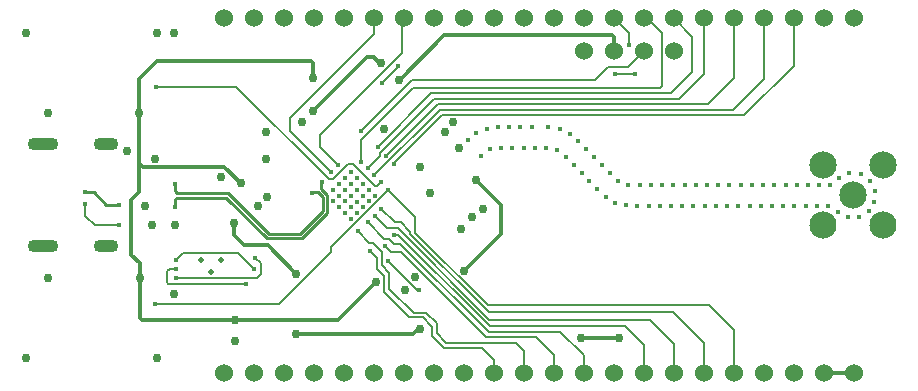
<source format=gbl>
G04*
G04 #@! TF.GenerationSoftware,Altium Limited,Altium Designer,24.9.1 (31)*
G04*
G04 Layer_Physical_Order=4*
G04 Layer_Color=16711680*
%FSLAX44Y44*%
%MOMM*%
G71*
G04*
G04 #@! TF.SameCoordinates,B1ED59CC-DCBE-467E-9C95-538D5020BE91*
G04*
G04*
G04 #@! TF.FilePolarity,Positive*
G04*
G01*
G75*
%ADD12C,0.2000*%
%ADD70C,0.3000*%
%ADD71C,0.2647*%
%ADD72C,2.3040*%
%ADD73C,2.3020*%
%ADD74C,1.5240*%
%ADD75O,2.6000X1.1000*%
%ADD76O,2.1000X1.1000*%
%ADD77C,0.7500*%
%ADD78C,0.4500*%
%ADD79C,0.5000*%
D12*
X402250Y54500D02*
X517000D01*
X532700Y15000D02*
Y38800D01*
X517000Y54500D02*
X532700Y38800D01*
X60000Y147750D02*
Y157600D01*
Y147750D02*
X67750Y140000D01*
X88750D01*
X340622Y85000D02*
X342750D01*
X316249Y109374D02*
X340622Y85000D01*
X318833Y117125D02*
X327125D01*
X313958Y122000D02*
X318833Y117125D01*
X327125D02*
X399250Y45000D01*
X441500D01*
X326500Y124250D02*
X401500Y49250D01*
X462250D01*
X321000Y124250D02*
X326500D01*
X316750Y128500D02*
X321000Y124250D01*
X313000Y128500D02*
X316750D01*
X321178Y131750D02*
X325000D01*
X402250Y54500D01*
X324500Y137250D02*
X401750Y60000D01*
X537750D01*
X335250Y132250D02*
X401500Y66000D01*
X335250Y132250D02*
Y134500D01*
X401500Y66000D02*
X557500D01*
X401000Y72000D02*
X588250D01*
X339500Y133500D02*
Y146500D01*
Y133500D02*
X401000Y72000D01*
X310942Y105808D02*
X317500Y99250D01*
Y86250D02*
Y99250D01*
X266000Y178750D02*
X269750D01*
X282750Y191750D02*
X286750D01*
X269750Y178750D02*
X282750Y191750D01*
X187500Y257250D02*
X266000Y178750D01*
X233000Y219928D02*
X267928Y185000D01*
X258750Y205750D02*
X273750Y190750D01*
X286750Y191750D02*
X305443Y173057D01*
X307099D02*
X310292Y176250D01*
X305443Y173057D02*
X307099D01*
X316500Y169500D02*
X339500Y146500D01*
X268143Y117143D02*
Y121643D01*
X316000Y169500D02*
X316500D01*
X268143Y121643D02*
X316000Y169500D01*
X223750Y72750D02*
X268143Y117143D01*
X315750Y137250D02*
X324500D01*
X299000Y142500D02*
X313000Y128500D01*
X290500Y134750D02*
X300500Y124750D01*
X303250D01*
X310500Y154000D02*
X321750Y142750D01*
X305000Y148000D02*
X315750Y137250D01*
X300750Y118000D02*
X306750Y112000D01*
Y102500D02*
Y112000D01*
X348750Y65500D02*
X357500Y56750D01*
Y48250D02*
X365750Y40000D01*
X357500Y48250D02*
Y56750D01*
X365750Y40000D02*
X424500D01*
X338250Y65500D02*
X348750D01*
X310942Y105808D02*
Y117058D01*
X317500Y86250D02*
X338250Y65500D01*
X345500Y61750D02*
X353250Y54000D01*
Y46250D02*
Y54000D01*
X334000Y61750D02*
X345500D01*
X306750Y102500D02*
X312500Y96750D01*
Y83250D02*
X334000Y61750D01*
X312500Y83250D02*
Y96750D01*
X364000Y35500D02*
X395750D01*
X353250Y46250D02*
X364000Y35500D01*
X293500Y220000D02*
X336500Y263000D01*
X491500D02*
X502250Y273750D01*
X336500Y263000D02*
X491500D01*
X293250Y193750D02*
Y212000D01*
X337500Y256250D02*
X546828D01*
X293250Y212000D02*
X337500Y256250D01*
X233000Y231000D02*
X304100Y302100D01*
X233000Y219928D02*
Y231000D01*
X304100Y302100D02*
Y315200D01*
X195500Y90480D02*
X195750Y90230D01*
X129000Y91652D02*
Y100750D01*
X130172Y90480D02*
X195500D01*
X129000Y91652D02*
X130172Y90480D01*
X119250Y72750D02*
X223750D01*
X189500Y116000D02*
X202459Y103041D01*
X142250Y116000D02*
X189500D01*
X136750Y110500D02*
X142250Y116000D01*
X588250Y72000D02*
X608900Y51350D01*
Y15000D02*
Y51350D01*
X557500Y66000D02*
X583500Y40000D01*
Y15000D02*
Y40000D01*
X520000Y292250D02*
Y302500D01*
X507300Y315200D02*
X520000Y302500D01*
X546828Y256250D02*
X548000Y257422D01*
X532700Y315200D02*
X535300D01*
X548000Y302500D01*
Y257422D02*
Y302500D01*
X324750Y274000D02*
Y274500D01*
X310750Y260000D02*
X324750Y274000D01*
X258750Y215868D02*
X328500Y285618D01*
Y314200D01*
X258750Y205750D02*
Y215868D01*
X328500Y314200D02*
X329500Y315200D01*
X307500Y206000D02*
X353000Y251500D01*
X556000D01*
X320915Y192023D02*
Y192477D01*
X361688Y233250D02*
X618000D01*
X320915Y192477D02*
X361688Y233250D01*
X618000D02*
X659700Y274950D01*
X360250Y237750D02*
X608500D01*
X304750Y182250D02*
X360250Y237750D01*
X355500Y247000D02*
X562500D01*
X587000Y242250D02*
X608900Y264150D01*
X358358Y242250D02*
X587000D01*
X309500Y201000D02*
X355500Y247000D01*
X562500D02*
X583500Y268000D01*
X608500Y237750D02*
X634300Y263550D01*
X314898Y198790D02*
X358358Y242250D01*
X119750Y257250D02*
X187500D01*
X508250Y267500D02*
X525500D01*
X502250Y273750D02*
X519475D01*
X532700Y286975D01*
X309500Y198561D02*
Y201000D01*
X299188Y188250D02*
X309500Y198561D01*
X556000Y251500D02*
X574000Y269500D01*
X558100Y315200D02*
X574000Y299300D01*
Y269500D02*
Y299300D01*
X136750Y95000D02*
X193858D01*
X197622Y95020D02*
X197642Y95000D01*
X205250D02*
X208500Y98250D01*
X197642Y95000D02*
X205250D01*
X193858D02*
X193878Y95020D01*
X197622D01*
X131250Y103000D02*
X136750D01*
X129000Y100750D02*
X131250Y103000D01*
X208500Y98250D02*
Y107750D01*
X203750Y112500D02*
X208500Y107750D01*
X405630Y15070D02*
Y25620D01*
Y15070D02*
X405700Y15000D01*
X395750Y35500D02*
X405630Y25620D01*
X424500Y40000D02*
X431100Y33400D01*
Y15000D02*
Y33400D01*
X303250Y124750D02*
X310942Y117058D01*
X583500Y268000D02*
Y315200D01*
X608900Y264150D02*
Y315200D01*
X634300Y263550D02*
Y315200D01*
X659700Y274950D02*
Y315200D01*
X537750Y60000D02*
X558100Y39650D01*
Y15000D02*
Y39650D01*
X327000Y142750D02*
X335250Y134500D01*
X321750Y142750D02*
X327000D01*
X462250Y49250D02*
X481900Y29600D01*
Y15000D02*
Y29600D01*
X441500Y45000D02*
X456500Y30000D01*
Y15000D02*
Y30000D01*
D70*
X479750Y44500D02*
X511750D01*
X479500Y44250D02*
X479750Y44500D01*
X511750D02*
X512000Y44750D01*
X214750Y122750D02*
X238750Y98750D01*
X194500Y122750D02*
X214750D01*
X106000Y95500D02*
Y107500D01*
X99000Y114500D02*
X106000Y107500D01*
X99000Y114500D02*
Y161250D01*
X105750Y168000D01*
Y192433D01*
X108785Y189398D01*
X127898D01*
X128000Y189500D01*
X105750Y192433D02*
Y234750D01*
X380250Y101500D02*
X381000D01*
X411750Y132250D01*
X342032Y52250D02*
X343250D01*
X337532Y47750D02*
X342032Y52250D01*
X238750Y47750D02*
X337532D01*
X238750Y98750D02*
Y98750D01*
X185875Y131375D02*
X194500Y122750D01*
X185875Y131375D02*
Y141625D01*
X106000Y61507D02*
Y95500D01*
X105750Y234750D02*
Y264000D01*
X121000Y279250D01*
X685100Y15000D02*
X710500D01*
X507300Y286975D02*
Y298993D01*
X505543Y300750D02*
X507300Y298993D01*
X364000Y300750D02*
X505543D01*
X326269Y263019D02*
X364000Y300750D01*
X309032Y277000D02*
X310250D01*
X298750Y282000D02*
X304032D01*
X309032Y277000D01*
X253000Y236250D02*
X298750Y282000D01*
X325231Y263019D02*
X326269D01*
X251243Y279250D02*
X253000Y277493D01*
X121000Y279250D02*
X251243D01*
X253000Y264250D02*
Y277493D01*
X411750Y132250D02*
Y156750D01*
X390500Y178000D02*
X411750Y156750D01*
X186500Y59750D02*
X273500D01*
X305750Y92000D01*
X107757Y59750D02*
X186500D01*
X106000Y61507D02*
X107757Y59750D01*
X128000Y189500D02*
X177750D01*
X191500Y175750D01*
D71*
X77643Y157357D02*
X88488D01*
X60000Y167600D02*
X67400D01*
X259927Y176427D02*
X260000Y176500D01*
X257337Y167698D02*
X261000Y164035D01*
X251855Y167605D02*
X255052D01*
X259927Y170287D02*
X264662Y165552D01*
X261000Y151500D02*
Y164035D01*
X255052Y167605D02*
X255145Y167698D01*
X251500Y167250D02*
X251855Y167605D01*
X255145Y167698D02*
X257337D01*
X264662Y149983D02*
Y165552D01*
X259927Y170287D02*
Y176427D01*
X242000Y132500D02*
X261000Y151500D01*
X243517Y128837D02*
X264662Y149983D01*
X215429Y132500D02*
X242000D01*
X213913Y128837D02*
X243517D01*
X179481Y163269D02*
X213913Y128837D01*
X180998Y166931D02*
X215429Y132500D01*
X137300Y166931D02*
X180998D01*
X137300Y163269D02*
X179481D01*
X135750Y168482D02*
Y174600D01*
Y168482D02*
X137300Y166931D01*
X135750Y155600D02*
Y161719D01*
X137300Y163269D01*
X67400Y167600D02*
X77643Y157357D01*
D72*
X684600Y190500D02*
D03*
X735400D02*
D03*
X710000Y165100D02*
D03*
D73*
X684600Y139700D02*
D03*
X735400D02*
D03*
D74*
X685100Y15000D02*
D03*
X659700D02*
D03*
X634300D02*
D03*
X608900D02*
D03*
X583500D02*
D03*
X558100D02*
D03*
X532700D02*
D03*
X507300D02*
D03*
X481900D02*
D03*
X456500D02*
D03*
X431100D02*
D03*
X405700D02*
D03*
X380300D02*
D03*
X354900D02*
D03*
X329500D02*
D03*
X710500D02*
D03*
X685100Y315200D02*
D03*
X659700D02*
D03*
X634300D02*
D03*
X608900D02*
D03*
X583500D02*
D03*
X558100D02*
D03*
X532700D02*
D03*
X507300D02*
D03*
X481900D02*
D03*
X456500D02*
D03*
X431100D02*
D03*
X405700D02*
D03*
X380300D02*
D03*
X354900D02*
D03*
X329500D02*
D03*
X710500D02*
D03*
X304100Y15000D02*
D03*
X278700D02*
D03*
X253300D02*
D03*
X227900D02*
D03*
X202500D02*
D03*
X177100D02*
D03*
X304100Y315200D02*
D03*
X278700D02*
D03*
X253300D02*
D03*
X227900D02*
D03*
X202500D02*
D03*
X177100D02*
D03*
X481900Y286975D02*
D03*
X558100D02*
D03*
X532700D02*
D03*
X507300D02*
D03*
D75*
X23950Y208500D02*
D03*
Y122100D02*
D03*
D76*
X77450Y208300D02*
D03*
Y121900D02*
D03*
D77*
X479500Y44250D02*
D03*
X512000Y44750D02*
D03*
X110250Y156500D02*
D03*
X119098Y195918D02*
D03*
X339000Y95750D02*
D03*
X380250Y101500D02*
D03*
X343250Y52250D02*
D03*
X330250Y84750D02*
D03*
X351750Y166750D02*
D03*
X364250Y219000D02*
D03*
X371500Y227230D02*
D03*
X312500Y221500D02*
D03*
X376000Y205000D02*
D03*
X378000Y137000D02*
D03*
X387000Y147000D02*
D03*
X397000Y154000D02*
D03*
X343000Y189000D02*
D03*
X243000Y227000D02*
D03*
X206000Y156000D02*
D03*
X214000Y164000D02*
D03*
X213000Y219100D02*
D03*
Y195500D02*
D03*
X175000Y180418D02*
D03*
X95000Y203000D02*
D03*
X116000Y140000D02*
D03*
X136000D02*
D03*
X135000Y82000D02*
D03*
X186500Y42000D02*
D03*
X28000Y95200D02*
D03*
X121000Y27700D02*
D03*
X10000D02*
D03*
X28000Y235000D02*
D03*
X10000Y302500D02*
D03*
X135250D02*
D03*
X121000D02*
D03*
X238750Y47750D02*
D03*
Y98750D02*
D03*
X185875Y141625D02*
D03*
X106000Y95500D02*
D03*
X105750Y234750D02*
D03*
X310250Y277000D02*
D03*
X325231Y263019D02*
D03*
X253000Y264250D02*
D03*
Y236250D02*
D03*
X186500Y59750D02*
D03*
X390500Y178000D02*
D03*
X305750Y92000D02*
D03*
X191500Y175750D02*
D03*
D78*
X437802Y222738D02*
D03*
X428302D02*
D03*
X418802D02*
D03*
X409302D02*
D03*
X399885Y221483D02*
D03*
X391137Y217780D02*
D03*
X383658Y211922D02*
D03*
X394989Y198537D02*
D03*
X402646Y204161D02*
D03*
X412082Y205262D02*
D03*
X421582D02*
D03*
X431082D02*
D03*
X440582D02*
D03*
X450081D02*
D03*
X459388Y203356D02*
D03*
X466656Y197237D02*
D03*
X473373Y190519D02*
D03*
X480090Y183802D02*
D03*
X486808Y177084D02*
D03*
X493526Y170367D02*
D03*
X500460Y163874D02*
D03*
X508661Y159078D02*
D03*
X517851Y156673D02*
D03*
X527346Y156362D02*
D03*
X536846D02*
D03*
X546346D02*
D03*
X555846D02*
D03*
X565346D02*
D03*
X574846D02*
D03*
X584346D02*
D03*
X593846D02*
D03*
X603346D02*
D03*
X612846D02*
D03*
X622346D02*
D03*
X631846D02*
D03*
X641346D02*
D03*
X650846D02*
D03*
X660346D02*
D03*
X669846D02*
D03*
X679346D02*
D03*
X688846D02*
D03*
X696973Y151442D02*
D03*
X705278Y146830D02*
D03*
X714778Y146845D02*
D03*
X723069Y151483D02*
D03*
X728054Y159571D02*
D03*
X728474Y169062D02*
D03*
X724191Y177542D02*
D03*
X716323Y182865D02*
D03*
X706858Y183681D02*
D03*
X698196Y179780D02*
D03*
X690784Y173838D02*
D03*
X681284D02*
D03*
X671784D02*
D03*
X662284D02*
D03*
X652784D02*
D03*
X643284D02*
D03*
X633784D02*
D03*
X624284D02*
D03*
X614784D02*
D03*
X605284D02*
D03*
X595784D02*
D03*
X586284D02*
D03*
X576784D02*
D03*
X567284D02*
D03*
X557784D02*
D03*
X548284D02*
D03*
X538784D02*
D03*
X529284D02*
D03*
X519785Y173971D02*
D03*
X511048Y177700D02*
D03*
X504261Y184347D02*
D03*
X497543Y191064D02*
D03*
X490826Y197782D02*
D03*
X484108Y204499D02*
D03*
X477391Y211217D02*
D03*
X470059Y217258D02*
D03*
X461437Y221248D02*
D03*
X452046Y222682D02*
D03*
X88488Y157357D02*
D03*
X88750Y140000D02*
D03*
X270000Y160000D02*
D03*
X275000Y155000D02*
D03*
X280000Y150000D02*
D03*
X285000Y145000D02*
D03*
X290000Y150000D02*
D03*
X285000Y155000D02*
D03*
X280000Y160000D02*
D03*
X275000Y165000D02*
D03*
X280000Y170000D02*
D03*
X285000Y165000D02*
D03*
X289693Y159828D02*
D03*
X295000Y155000D02*
D03*
X300000Y160000D02*
D03*
X295000Y165000D02*
D03*
X290000Y170000D02*
D03*
X285000Y175000D02*
D03*
X305000Y165000D02*
D03*
X300000Y170000D02*
D03*
X295000Y175000D02*
D03*
X290000Y180000D02*
D03*
X285000Y185000D02*
D03*
X280000Y180000D02*
D03*
X275000Y175000D02*
D03*
X270000Y170000D02*
D03*
X342750Y85000D02*
D03*
X316249Y109374D02*
D03*
X321178Y131750D02*
D03*
X267928Y185000D02*
D03*
X273750Y190750D02*
D03*
X316000Y169500D02*
D03*
X310500Y154000D02*
D03*
X290500Y134750D02*
D03*
X305000Y148000D02*
D03*
X299000Y142500D02*
D03*
X300750Y118000D02*
D03*
X293500Y220000D02*
D03*
X60000Y157600D02*
D03*
Y167600D02*
D03*
X520000Y292250D02*
D03*
X324750Y274500D02*
D03*
X310750Y260000D02*
D03*
X195750Y90230D02*
D03*
X320915Y192023D02*
D03*
X119750Y257250D02*
D03*
X310292Y176250D02*
D03*
X119250Y72750D02*
D03*
X525500Y267500D02*
D03*
X508250D02*
D03*
X307500Y206000D02*
D03*
X314898Y198790D02*
D03*
X202459Y103041D02*
D03*
X203750Y112500D02*
D03*
X260000Y176500D02*
D03*
X136750Y110500D02*
D03*
Y95000D02*
D03*
X251500Y167250D02*
D03*
X135750Y155600D02*
D03*
Y174600D02*
D03*
X136750Y103000D02*
D03*
X293250Y193750D02*
D03*
X299188Y188250D02*
D03*
X304750Y182250D02*
D03*
X313958Y122000D02*
D03*
D79*
X166000Y100000D02*
D03*
X175000Y110000D02*
D03*
X158000D02*
D03*
M02*

</source>
